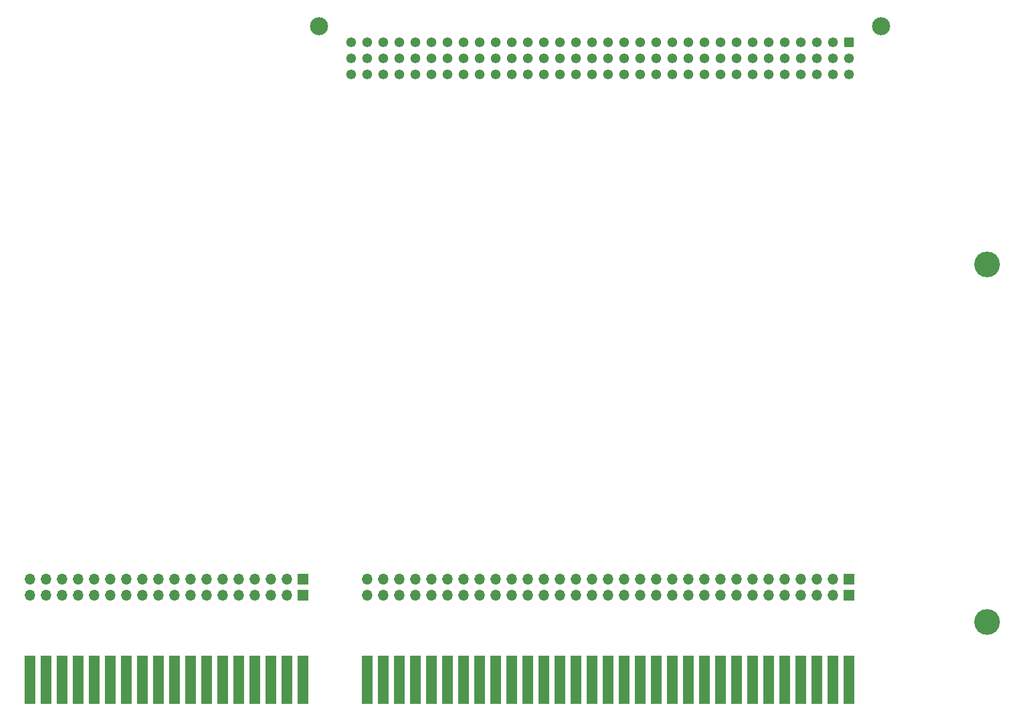
<source format=gbr>
%TF.GenerationSoftware,KiCad,Pcbnew,(6.0.11)*%
%TF.CreationDate,2023-06-06T08:43:51+02:00*%
%TF.ProjectId,DIN41612-ISA,44494e34-3136-4313-922d-4953412e6b69,rev?*%
%TF.SameCoordinates,Original*%
%TF.FileFunction,Soldermask,Bot*%
%TF.FilePolarity,Negative*%
%FSLAX46Y46*%
G04 Gerber Fmt 4.6, Leading zero omitted, Abs format (unit mm)*
G04 Created by KiCad (PCBNEW (6.0.11)) date 2023-06-06 08:43:51*
%MOMM*%
%LPD*%
G01*
G04 APERTURE LIST*
G04 Aperture macros list*
%AMRoundRect*
0 Rectangle with rounded corners*
0 $1 Rounding radius*
0 $2 $3 $4 $5 $6 $7 $8 $9 X,Y pos of 4 corners*
0 Add a 4 corners polygon primitive as box body*
4,1,4,$2,$3,$4,$5,$6,$7,$8,$9,$2,$3,0*
0 Add four circle primitives for the rounded corners*
1,1,$1+$1,$2,$3*
1,1,$1+$1,$4,$5*
1,1,$1+$1,$6,$7*
1,1,$1+$1,$8,$9*
0 Add four rect primitives between the rounded corners*
20,1,$1+$1,$2,$3,$4,$5,0*
20,1,$1+$1,$4,$5,$6,$7,0*
20,1,$1+$1,$6,$7,$8,$9,0*
20,1,$1+$1,$8,$9,$2,$3,0*%
G04 Aperture macros list end*
%ADD10R,1.700000X1.700000*%
%ADD11O,1.700000X1.700000*%
%ADD12C,4.064000*%
%ADD13R,1.780000X7.620000*%
%ADD14C,2.850000*%
%ADD15RoundRect,0.249999X0.525001X0.525001X-0.525001X0.525001X-0.525001X-0.525001X0.525001X-0.525001X0*%
%ADD16C,1.550000*%
G04 APERTURE END LIST*
D10*
%TO.C,J4*%
X123317000Y-131650000D03*
D11*
X120777000Y-131650000D03*
X118237000Y-131650000D03*
X115697000Y-131650000D03*
X113157000Y-131650000D03*
X110617000Y-131650000D03*
X108077000Y-131650000D03*
X105537000Y-131650000D03*
X102997000Y-131650000D03*
X100457000Y-131650000D03*
X97917000Y-131650000D03*
X95377000Y-131650000D03*
X92837000Y-131650000D03*
X90297000Y-131650000D03*
X87757000Y-131650000D03*
X85217000Y-131650000D03*
X82677000Y-131650000D03*
X80137000Y-131650000D03*
%TD*%
D12*
%TO.C,MNT1*%
X231521000Y-81921000D03*
X231521000Y-81921000D03*
%TD*%
%TO.C,MNT2*%
X231521000Y-138436000D03*
X231521000Y-138436000D03*
%TD*%
D10*
%TO.C,J2*%
X209677000Y-131650000D03*
D11*
X207137000Y-131650000D03*
X204597000Y-131650000D03*
X202057000Y-131650000D03*
X199517000Y-131650000D03*
X196977000Y-131650000D03*
X194437000Y-131650000D03*
X191897000Y-131650000D03*
X189357000Y-131650000D03*
X186817000Y-131650000D03*
X184277000Y-131650000D03*
X181737000Y-131650000D03*
X179197000Y-131650000D03*
X176657000Y-131650000D03*
X174117000Y-131650000D03*
X171577000Y-131650000D03*
X169037000Y-131650000D03*
X166497000Y-131650000D03*
X163957000Y-131650000D03*
X161417000Y-131650000D03*
X158877000Y-131650000D03*
X156337000Y-131650000D03*
X153797000Y-131650000D03*
X151257000Y-131650000D03*
X148717000Y-131650000D03*
X146177000Y-131650000D03*
X143637000Y-131650000D03*
X141097000Y-131650000D03*
X138557000Y-131650000D03*
X136017000Y-131650000D03*
X133477000Y-131650000D03*
%TD*%
D13*
%TO.C,J1*%
X209677000Y-147580000D03*
X207137000Y-147580000D03*
X204597000Y-147580000D03*
X202057000Y-147580000D03*
X199517000Y-147580000D03*
X196977000Y-147580000D03*
X194437000Y-147580000D03*
X191897000Y-147580000D03*
X189357000Y-147580000D03*
X186817000Y-147580000D03*
X184277000Y-147580000D03*
X181737000Y-147580000D03*
X179197000Y-147580000D03*
X176657000Y-147580000D03*
X174117000Y-147580000D03*
X171577000Y-147580000D03*
X169037000Y-147580000D03*
X166497000Y-147580000D03*
X163957000Y-147580000D03*
X161417000Y-147580000D03*
X158877000Y-147580000D03*
X156337000Y-147580000D03*
X153797000Y-147580000D03*
X151257000Y-147580000D03*
X148717000Y-147580000D03*
X146177000Y-147580000D03*
X143637000Y-147580000D03*
X141097000Y-147580000D03*
X138557000Y-147580000D03*
X136017000Y-147580000D03*
X133477000Y-147580000D03*
X123317000Y-147580000D03*
X120777000Y-147580000D03*
X118237000Y-147580000D03*
X115697000Y-147580000D03*
X113157000Y-147580000D03*
X110617000Y-147580000D03*
X108077000Y-147580000D03*
X105537000Y-147580000D03*
X102997000Y-147580000D03*
X100457000Y-147580000D03*
X97917000Y-147580000D03*
X95377000Y-147580000D03*
X92837000Y-147580000D03*
X90297000Y-147580000D03*
X87757000Y-147580000D03*
X85217000Y-147580000D03*
X82677000Y-147580000D03*
X80137000Y-147580000D03*
%TD*%
D10*
%TO.C,J3*%
X209677000Y-134190000D03*
D11*
X207137000Y-134190000D03*
X204597000Y-134190000D03*
X202057000Y-134190000D03*
X199517000Y-134190000D03*
X196977000Y-134190000D03*
X194437000Y-134190000D03*
X191897000Y-134190000D03*
X189357000Y-134190000D03*
X186817000Y-134190000D03*
X184277000Y-134190000D03*
X181737000Y-134190000D03*
X179197000Y-134190000D03*
X176657000Y-134190000D03*
X174117000Y-134190000D03*
X171577000Y-134190000D03*
X169037000Y-134190000D03*
X166497000Y-134190000D03*
X163957000Y-134190000D03*
X161417000Y-134190000D03*
X158877000Y-134190000D03*
X156337000Y-134190000D03*
X153797000Y-134190000D03*
X151257000Y-134190000D03*
X148717000Y-134190000D03*
X146177000Y-134190000D03*
X143637000Y-134190000D03*
X141097000Y-134190000D03*
X138557000Y-134190000D03*
X136017000Y-134190000D03*
X133477000Y-134190000D03*
%TD*%
D10*
%TO.C,J5*%
X123317000Y-134190000D03*
D11*
X120777000Y-134190000D03*
X118237000Y-134190000D03*
X115697000Y-134190000D03*
X113157000Y-134190000D03*
X110617000Y-134190000D03*
X108077000Y-134190000D03*
X105537000Y-134190000D03*
X102997000Y-134190000D03*
X100457000Y-134190000D03*
X97917000Y-134190000D03*
X95377000Y-134190000D03*
X92837000Y-134190000D03*
X90297000Y-134190000D03*
X87757000Y-134190000D03*
X85217000Y-134190000D03*
X82677000Y-134190000D03*
X80137000Y-134190000D03*
%TD*%
D14*
%TO.C,U1*%
X214757000Y-44202000D03*
X125857000Y-44202000D03*
D15*
X209677000Y-46742000D03*
D16*
X207137000Y-46742000D03*
X204597000Y-46742000D03*
X202057000Y-46742000D03*
X199517000Y-46742000D03*
X196977000Y-46742000D03*
X194437000Y-46742000D03*
X191897000Y-46742000D03*
X189357000Y-46742000D03*
X186817000Y-46742000D03*
X184277000Y-46742000D03*
X181737000Y-46742000D03*
X179197000Y-46742000D03*
X176657000Y-46742000D03*
X174117000Y-46742000D03*
X171577000Y-46742000D03*
X169037000Y-46742000D03*
X166497000Y-46742000D03*
X163957000Y-46742000D03*
X161417000Y-46742000D03*
X158877000Y-46742000D03*
X156337000Y-46742000D03*
X153797000Y-46742000D03*
X151257000Y-46742000D03*
X148717000Y-46742000D03*
X146177000Y-46742000D03*
X143637000Y-46742000D03*
X141097000Y-46742000D03*
X138557000Y-46742000D03*
X136017000Y-46742000D03*
X133477000Y-46742000D03*
X130937000Y-46742000D03*
X209677000Y-49282000D03*
X207137000Y-49282000D03*
X204597000Y-49282000D03*
X202057000Y-49282000D03*
X199517000Y-49282000D03*
X196977000Y-49282000D03*
X194437000Y-49282000D03*
X191897000Y-49282000D03*
X189357000Y-49282000D03*
X186817000Y-49282000D03*
X184277000Y-49282000D03*
X181737000Y-49282000D03*
X179197000Y-49282000D03*
X176657000Y-49282000D03*
X174117000Y-49282000D03*
X171577000Y-49282000D03*
X169037000Y-49282000D03*
X166497000Y-49282000D03*
X163957000Y-49282000D03*
X161417000Y-49282000D03*
X158877000Y-49282000D03*
X156337000Y-49282000D03*
X153797000Y-49282000D03*
X151257000Y-49282000D03*
X148717000Y-49282000D03*
X146177000Y-49282000D03*
X143637000Y-49282000D03*
X141097000Y-49282000D03*
X138557000Y-49282000D03*
X136017000Y-49282000D03*
X133477000Y-49282000D03*
X130937000Y-49282000D03*
X209677000Y-51822000D03*
X207137000Y-51822000D03*
X204597000Y-51822000D03*
X202057000Y-51822000D03*
X199517000Y-51822000D03*
X196977000Y-51822000D03*
X194437000Y-51822000D03*
X191897000Y-51822000D03*
X189357000Y-51822000D03*
X186817000Y-51822000D03*
X184277000Y-51822000D03*
X181737000Y-51822000D03*
X179197000Y-51822000D03*
X176657000Y-51822000D03*
X174117000Y-51822000D03*
X171577000Y-51822000D03*
X169037000Y-51822000D03*
X166497000Y-51822000D03*
X163957000Y-51822000D03*
X161417000Y-51822000D03*
X158877000Y-51822000D03*
X156337000Y-51822000D03*
X153797000Y-51822000D03*
X151257000Y-51822000D03*
X148717000Y-51822000D03*
X146177000Y-51822000D03*
X143637000Y-51822000D03*
X141097000Y-51822000D03*
X138557000Y-51822000D03*
X136017000Y-51822000D03*
X133477000Y-51822000D03*
X130937000Y-51822000D03*
%TD*%
M02*

</source>
